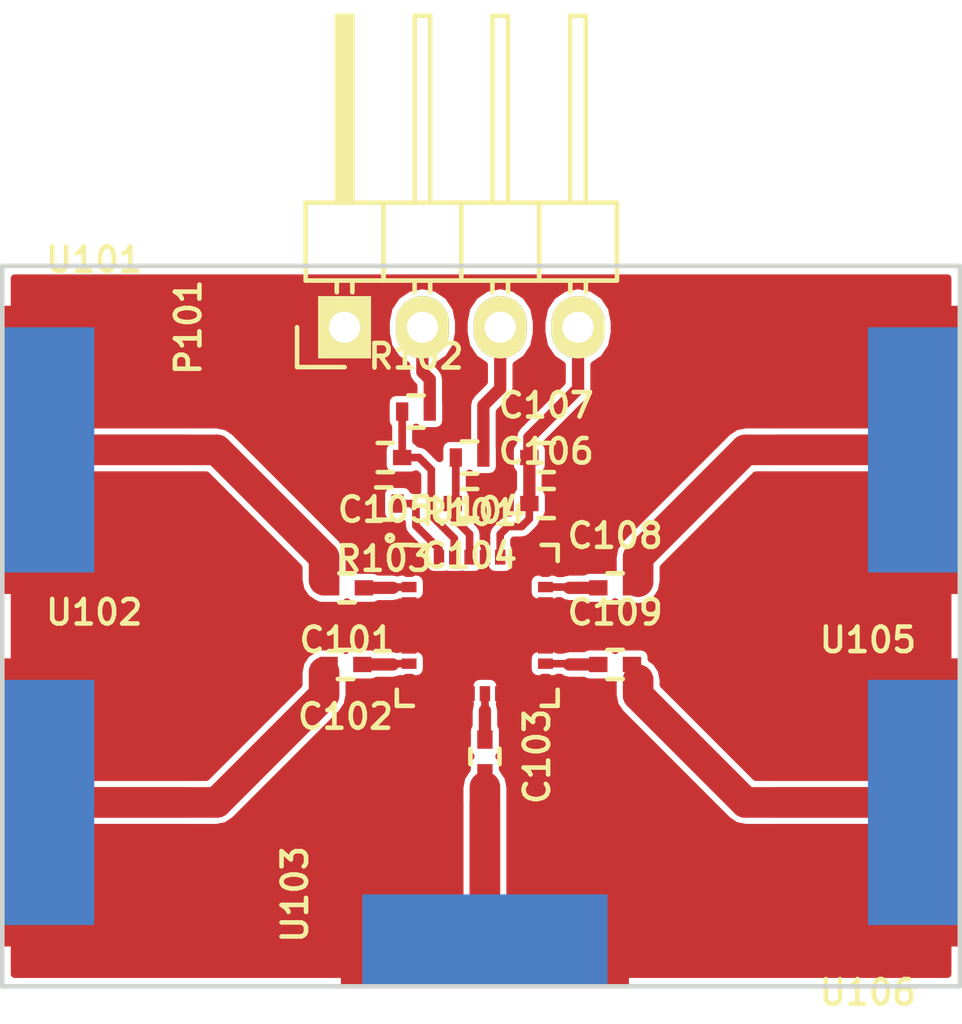
<source format=kicad_pcb>
(kicad_pcb (version 4) (host pcbnew 4.0.4-stable)

  (general
    (links 67)
    (no_connects 14)
    (area 139.924999 74.924999 171.325001 98.575001)
    (thickness 1.6)
    (drawings 5)
    (tracks 69)
    (zones 0)
    (modules 19)
    (nets 18)
  )

  (page A4)
  (layers
    (0 F.Cu signal)
    (1 In1.Cu signal)
    (2 In2.Cu signal)
    (31 B.Cu signal)
    (32 B.Adhes user)
    (33 F.Adhes user)
    (34 B.Paste user)
    (35 F.Paste user)
    (36 B.SilkS user)
    (37 F.SilkS user)
    (38 B.Mask user)
    (39 F.Mask user)
    (40 Dwgs.User user)
    (41 Cmts.User user)
    (42 Eco1.User user)
    (43 Eco2.User user)
    (44 Edge.Cuts user)
    (45 Margin user)
    (46 B.CrtYd user)
    (47 F.CrtYd user)
    (48 B.Fab user)
    (49 F.Fab user)
  )

  (setup
    (last_trace_width 0.25)
    (user_trace_width 0.4)
    (user_trace_width 1)
    (trace_clearance 0.2)
    (zone_clearance 0.2)
    (zone_45_only no)
    (trace_min 0.2)
    (segment_width 0.2)
    (edge_width 0.15)
    (via_size 0.6)
    (via_drill 0.4)
    (via_min_size 0.4)
    (via_min_drill 0.3)
    (uvia_size 0.3)
    (uvia_drill 0.1)
    (uvias_allowed no)
    (uvia_min_size 0.2)
    (uvia_min_drill 0.1)
    (pcb_text_width 0.3)
    (pcb_text_size 1.5 1.5)
    (mod_edge_width 0.15)
    (mod_text_size 0.8 0.8)
    (mod_text_width 0.15)
    (pad_size 3 8)
    (pad_drill 0)
    (pad_to_mask_clearance 0.05)
    (aux_axis_origin 0 0)
    (visible_elements FFFEFF7F)
    (pcbplotparams
      (layerselection 0x00030_80000001)
      (usegerberextensions false)
      (excludeedgelayer true)
      (linewidth 0.100000)
      (plotframeref false)
      (viasonmask false)
      (mode 1)
      (useauxorigin false)
      (hpglpennumber 1)
      (hpglpenspeed 20)
      (hpglpendiameter 15)
      (hpglpenoverlay 2)
      (psnegative false)
      (psa4output false)
      (plotreference true)
      (plotvalue true)
      (plotinvisibletext false)
      (padsonsilk false)
      (subtractmaskfromsilk false)
      (outputformat 1)
      (mirror false)
      (drillshape 1)
      (scaleselection 1)
      (outputdirectory ""))
  )

  (net 0 "")
  (net 1 "Net-(C101-Pad1)")
  (net 2 "Net-(C101-Pad2)")
  (net 3 "Net-(C102-Pad1)")
  (net 4 "Net-(C102-Pad2)")
  (net 5 "Net-(C103-Pad1)")
  (net 6 "Net-(C103-Pad2)")
  (net 7 GND)
  (net 8 /V1)
  (net 9 /V2)
  (net 10 +3V3)
  (net 11 "Net-(C108-Pad1)")
  (net 12 "Net-(C108-Pad2)")
  (net 13 "Net-(C109-Pad1)")
  (net 14 "Net-(C109-Pad2)")
  (net 15 "Net-(P101-Pad2)")
  (net 16 "Net-(P101-Pad3)")
  (net 17 "Net-(R103-Pad1)")

  (net_class Default "This is the default net class."
    (clearance 0.2)
    (trace_width 0.25)
    (via_dia 0.6)
    (via_drill 0.4)
    (uvia_dia 0.3)
    (uvia_drill 0.1)
    (add_net +3V3)
    (add_net /V1)
    (add_net /V2)
    (add_net GND)
    (add_net "Net-(C101-Pad1)")
    (add_net "Net-(C101-Pad2)")
    (add_net "Net-(C102-Pad1)")
    (add_net "Net-(C102-Pad2)")
    (add_net "Net-(C103-Pad1)")
    (add_net "Net-(C103-Pad2)")
    (add_net "Net-(C108-Pad1)")
    (add_net "Net-(C108-Pad2)")
    (add_net "Net-(C109-Pad1)")
    (add_net "Net-(C109-Pad2)")
    (add_net "Net-(P101-Pad2)")
    (add_net "Net-(P101-Pad3)")
    (add_net "Net-(R103-Pad1)")
  )

  (module Capacitors_SMD:C_0402 (layer F.Cu) (tedit 5415D599) (tstamp 5808A5A1)
    (at 151.25 85.5 180)
    (descr "Capacitor SMD 0402, reflow soldering, AVX (see smccp.pdf)")
    (tags "capacitor 0402")
    (path /580872AE)
    (attr smd)
    (fp_text reference C101 (at 0 -1.7 180) (layer F.SilkS)
      (effects (font (size 0.8 0.8) (thickness 0.15)))
    )
    (fp_text value C_Small (at 0 1.7 180) (layer F.Fab)
      (effects (font (size 0.8 0.8) (thickness 0.15)))
    )
    (fp_line (start -1.15 -0.6) (end 1.15 -0.6) (layer F.CrtYd) (width 0.05))
    (fp_line (start -1.15 0.6) (end 1.15 0.6) (layer F.CrtYd) (width 0.05))
    (fp_line (start -1.15 -0.6) (end -1.15 0.6) (layer F.CrtYd) (width 0.05))
    (fp_line (start 1.15 -0.6) (end 1.15 0.6) (layer F.CrtYd) (width 0.05))
    (fp_line (start 0.25 -0.475) (end -0.25 -0.475) (layer F.SilkS) (width 0.15))
    (fp_line (start -0.25 0.475) (end 0.25 0.475) (layer F.SilkS) (width 0.15))
    (pad 1 smd rect (at -0.55 0 180) (size 0.6 0.5) (layers F.Cu F.Paste F.Mask)
      (net 1 "Net-(C101-Pad1)"))
    (pad 2 smd rect (at 0.55 0 180) (size 0.6 0.5) (layers F.Cu F.Paste F.Mask)
      (net 2 "Net-(C101-Pad2)"))
    (model Capacitors_SMD.3dshapes/C_0402.wrl
      (at (xyz 0 0 0))
      (scale (xyz 1 1 1))
      (rotate (xyz 0 0 0))
    )
  )

  (module Capacitors_SMD:C_0402 (layer F.Cu) (tedit 5415D599) (tstamp 5808A5A7)
    (at 151.2 88 180)
    (descr "Capacitor SMD 0402, reflow soldering, AVX (see smccp.pdf)")
    (tags "capacitor 0402")
    (path /580878ED)
    (attr smd)
    (fp_text reference C102 (at 0 -1.7 180) (layer F.SilkS)
      (effects (font (size 0.8 0.8) (thickness 0.15)))
    )
    (fp_text value C_Small (at 0 1.7 180) (layer F.Fab)
      (effects (font (size 0.8 0.8) (thickness 0.15)))
    )
    (fp_line (start -1.15 -0.6) (end 1.15 -0.6) (layer F.CrtYd) (width 0.05))
    (fp_line (start -1.15 0.6) (end 1.15 0.6) (layer F.CrtYd) (width 0.05))
    (fp_line (start -1.15 -0.6) (end -1.15 0.6) (layer F.CrtYd) (width 0.05))
    (fp_line (start 1.15 -0.6) (end 1.15 0.6) (layer F.CrtYd) (width 0.05))
    (fp_line (start 0.25 -0.475) (end -0.25 -0.475) (layer F.SilkS) (width 0.15))
    (fp_line (start -0.25 0.475) (end 0.25 0.475) (layer F.SilkS) (width 0.15))
    (pad 1 smd rect (at -0.55 0 180) (size 0.6 0.5) (layers F.Cu F.Paste F.Mask)
      (net 3 "Net-(C102-Pad1)"))
    (pad 2 smd rect (at 0.55 0 180) (size 0.6 0.5) (layers F.Cu F.Paste F.Mask)
      (net 4 "Net-(C102-Pad2)"))
    (model Capacitors_SMD.3dshapes/C_0402.wrl
      (at (xyz 0 0 0))
      (scale (xyz 1 1 1))
      (rotate (xyz 0 0 0))
    )
  )

  (module Capacitors_SMD:C_0402 (layer F.Cu) (tedit 5415D599) (tstamp 5808A5AD)
    (at 155.75 91 270)
    (descr "Capacitor SMD 0402, reflow soldering, AVX (see smccp.pdf)")
    (tags "capacitor 0402")
    (path /58087A4F)
    (attr smd)
    (fp_text reference C103 (at 0 -1.7 270) (layer F.SilkS)
      (effects (font (size 0.8 0.8) (thickness 0.15)))
    )
    (fp_text value C_Small (at 0 1.7 270) (layer F.Fab)
      (effects (font (size 0.8 0.8) (thickness 0.15)))
    )
    (fp_line (start -1.15 -0.6) (end 1.15 -0.6) (layer F.CrtYd) (width 0.05))
    (fp_line (start -1.15 0.6) (end 1.15 0.6) (layer F.CrtYd) (width 0.05))
    (fp_line (start -1.15 -0.6) (end -1.15 0.6) (layer F.CrtYd) (width 0.05))
    (fp_line (start 1.15 -0.6) (end 1.15 0.6) (layer F.CrtYd) (width 0.05))
    (fp_line (start 0.25 -0.475) (end -0.25 -0.475) (layer F.SilkS) (width 0.15))
    (fp_line (start -0.25 0.475) (end 0.25 0.475) (layer F.SilkS) (width 0.15))
    (pad 1 smd rect (at -0.55 0 270) (size 0.6 0.5) (layers F.Cu F.Paste F.Mask)
      (net 5 "Net-(C103-Pad1)"))
    (pad 2 smd rect (at 0.55 0 270) (size 0.6 0.5) (layers F.Cu F.Paste F.Mask)
      (net 6 "Net-(C103-Pad2)"))
    (model Capacitors_SMD.3dshapes/C_0402.wrl
      (at (xyz 0 0 0))
      (scale (xyz 1 1 1))
      (rotate (xyz 0 0 0))
    )
  )

  (module Capacitors_SMD:C_0402 (layer F.Cu) (tedit 5415D599) (tstamp 5808A5B3)
    (at 155.25 82.75 180)
    (descr "Capacitor SMD 0402, reflow soldering, AVX (see smccp.pdf)")
    (tags "capacitor 0402")
    (path /5808A94E)
    (attr smd)
    (fp_text reference C104 (at 0 -1.7 180) (layer F.SilkS)
      (effects (font (size 0.8 0.8) (thickness 0.15)))
    )
    (fp_text value C_Small (at 0 1.7 180) (layer F.Fab)
      (effects (font (size 0.8 0.8) (thickness 0.15)))
    )
    (fp_line (start -1.15 -0.6) (end 1.15 -0.6) (layer F.CrtYd) (width 0.05))
    (fp_line (start -1.15 0.6) (end 1.15 0.6) (layer F.CrtYd) (width 0.05))
    (fp_line (start -1.15 -0.6) (end -1.15 0.6) (layer F.CrtYd) (width 0.05))
    (fp_line (start 1.15 -0.6) (end 1.15 0.6) (layer F.CrtYd) (width 0.05))
    (fp_line (start 0.25 -0.475) (end -0.25 -0.475) (layer F.SilkS) (width 0.15))
    (fp_line (start -0.25 0.475) (end 0.25 0.475) (layer F.SilkS) (width 0.15))
    (pad 1 smd rect (at -0.55 0 180) (size 0.6 0.5) (layers F.Cu F.Paste F.Mask)
      (net 7 GND))
    (pad 2 smd rect (at 0.55 0 180) (size 0.6 0.5) (layers F.Cu F.Paste F.Mask)
      (net 8 /V1))
    (model Capacitors_SMD.3dshapes/C_0402.wrl
      (at (xyz 0 0 0))
      (scale (xyz 1 1 1))
      (rotate (xyz 0 0 0))
    )
  )

  (module Capacitors_SMD:C_0402 (layer F.Cu) (tedit 5415D599) (tstamp 5808A5B9)
    (at 152.5 81.25 180)
    (descr "Capacitor SMD 0402, reflow soldering, AVX (see smccp.pdf)")
    (tags "capacitor 0402")
    (path /5808A856)
    (attr smd)
    (fp_text reference C105 (at 0 -1.7 180) (layer F.SilkS)
      (effects (font (size 0.8 0.8) (thickness 0.15)))
    )
    (fp_text value C_Small (at 0 1.7 180) (layer F.Fab)
      (effects (font (size 0.8 0.8) (thickness 0.15)))
    )
    (fp_line (start -1.15 -0.6) (end 1.15 -0.6) (layer F.CrtYd) (width 0.05))
    (fp_line (start -1.15 0.6) (end 1.15 0.6) (layer F.CrtYd) (width 0.05))
    (fp_line (start -1.15 -0.6) (end -1.15 0.6) (layer F.CrtYd) (width 0.05))
    (fp_line (start 1.15 -0.6) (end 1.15 0.6) (layer F.CrtYd) (width 0.05))
    (fp_line (start 0.25 -0.475) (end -0.25 -0.475) (layer F.SilkS) (width 0.15))
    (fp_line (start -0.25 0.475) (end 0.25 0.475) (layer F.SilkS) (width 0.15))
    (pad 1 smd rect (at -0.55 0 180) (size 0.6 0.5) (layers F.Cu F.Paste F.Mask)
      (net 9 /V2))
    (pad 2 smd rect (at 0.55 0 180) (size 0.6 0.5) (layers F.Cu F.Paste F.Mask)
      (net 7 GND))
    (model Capacitors_SMD.3dshapes/C_0402.wrl
      (at (xyz 0 0 0))
      (scale (xyz 1 1 1))
      (rotate (xyz 0 0 0))
    )
  )

  (module Capacitors_SMD:C_0402 (layer F.Cu) (tedit 5415D599) (tstamp 5808A5BF)
    (at 157.75 82.75)
    (descr "Capacitor SMD 0402, reflow soldering, AVX (see smccp.pdf)")
    (tags "capacitor 0402")
    (path /58089D89)
    (attr smd)
    (fp_text reference C106 (at 0 -1.7) (layer F.SilkS)
      (effects (font (size 0.8 0.8) (thickness 0.15)))
    )
    (fp_text value C_Small (at 0 1.7) (layer F.Fab)
      (effects (font (size 0.8 0.8) (thickness 0.15)))
    )
    (fp_line (start -1.15 -0.6) (end 1.15 -0.6) (layer F.CrtYd) (width 0.05))
    (fp_line (start -1.15 0.6) (end 1.15 0.6) (layer F.CrtYd) (width 0.05))
    (fp_line (start -1.15 -0.6) (end -1.15 0.6) (layer F.CrtYd) (width 0.05))
    (fp_line (start 1.15 -0.6) (end 1.15 0.6) (layer F.CrtYd) (width 0.05))
    (fp_line (start 0.25 -0.475) (end -0.25 -0.475) (layer F.SilkS) (width 0.15))
    (fp_line (start -0.25 0.475) (end 0.25 0.475) (layer F.SilkS) (width 0.15))
    (pad 1 smd rect (at -0.55 0) (size 0.6 0.5) (layers F.Cu F.Paste F.Mask)
      (net 10 +3V3))
    (pad 2 smd rect (at 0.55 0) (size 0.6 0.5) (layers F.Cu F.Paste F.Mask)
      (net 7 GND))
    (model Capacitors_SMD.3dshapes/C_0402.wrl
      (at (xyz 0 0 0))
      (scale (xyz 1 1 1))
      (rotate (xyz 0 0 0))
    )
  )

  (module Capacitors_SMD:C_0402 (layer F.Cu) (tedit 5415D599) (tstamp 5808A5C5)
    (at 157.75 81.25)
    (descr "Capacitor SMD 0402, reflow soldering, AVX (see smccp.pdf)")
    (tags "capacitor 0402")
    (path /58089E10)
    (attr smd)
    (fp_text reference C107 (at 0 -1.7) (layer F.SilkS)
      (effects (font (size 0.8 0.8) (thickness 0.15)))
    )
    (fp_text value C_Small (at 0 1.7) (layer F.Fab)
      (effects (font (size 0.8 0.8) (thickness 0.15)))
    )
    (fp_line (start -1.15 -0.6) (end 1.15 -0.6) (layer F.CrtYd) (width 0.05))
    (fp_line (start -1.15 0.6) (end 1.15 0.6) (layer F.CrtYd) (width 0.05))
    (fp_line (start -1.15 -0.6) (end -1.15 0.6) (layer F.CrtYd) (width 0.05))
    (fp_line (start 1.15 -0.6) (end 1.15 0.6) (layer F.CrtYd) (width 0.05))
    (fp_line (start 0.25 -0.475) (end -0.25 -0.475) (layer F.SilkS) (width 0.15))
    (fp_line (start -0.25 0.475) (end 0.25 0.475) (layer F.SilkS) (width 0.15))
    (pad 1 smd rect (at -0.55 0) (size 0.6 0.5) (layers F.Cu F.Paste F.Mask)
      (net 10 +3V3))
    (pad 2 smd rect (at 0.55 0) (size 0.6 0.5) (layers F.Cu F.Paste F.Mask)
      (net 7 GND))
    (model Capacitors_SMD.3dshapes/C_0402.wrl
      (at (xyz 0 0 0))
      (scale (xyz 1 1 1))
      (rotate (xyz 0 0 0))
    )
  )

  (module Capacitors_SMD:C_0402 (layer F.Cu) (tedit 5415D599) (tstamp 5808A5CB)
    (at 160 85.5)
    (descr "Capacitor SMD 0402, reflow soldering, AVX (see smccp.pdf)")
    (tags "capacitor 0402")
    (path /580889AC)
    (attr smd)
    (fp_text reference C108 (at 0 -1.7) (layer F.SilkS)
      (effects (font (size 0.8 0.8) (thickness 0.15)))
    )
    (fp_text value C_Small (at 0 1.7) (layer F.Fab)
      (effects (font (size 0.8 0.8) (thickness 0.15)))
    )
    (fp_line (start -1.15 -0.6) (end 1.15 -0.6) (layer F.CrtYd) (width 0.05))
    (fp_line (start -1.15 0.6) (end 1.15 0.6) (layer F.CrtYd) (width 0.05))
    (fp_line (start -1.15 -0.6) (end -1.15 0.6) (layer F.CrtYd) (width 0.05))
    (fp_line (start 1.15 -0.6) (end 1.15 0.6) (layer F.CrtYd) (width 0.05))
    (fp_line (start 0.25 -0.475) (end -0.25 -0.475) (layer F.SilkS) (width 0.15))
    (fp_line (start -0.25 0.475) (end 0.25 0.475) (layer F.SilkS) (width 0.15))
    (pad 1 smd rect (at -0.55 0) (size 0.6 0.5) (layers F.Cu F.Paste F.Mask)
      (net 11 "Net-(C108-Pad1)"))
    (pad 2 smd rect (at 0.55 0) (size 0.6 0.5) (layers F.Cu F.Paste F.Mask)
      (net 12 "Net-(C108-Pad2)"))
    (model Capacitors_SMD.3dshapes/C_0402.wrl
      (at (xyz 0 0 0))
      (scale (xyz 1 1 1))
      (rotate (xyz 0 0 0))
    )
  )

  (module Capacitors_SMD:C_0402 (layer F.Cu) (tedit 5415D599) (tstamp 5808A5D1)
    (at 160 88)
    (descr "Capacitor SMD 0402, reflow soldering, AVX (see smccp.pdf)")
    (tags "capacitor 0402")
    (path /580889C5)
    (attr smd)
    (fp_text reference C109 (at 0 -1.7) (layer F.SilkS)
      (effects (font (size 0.8 0.8) (thickness 0.15)))
    )
    (fp_text value C_Small (at 0 1.7) (layer F.Fab)
      (effects (font (size 0.8 0.8) (thickness 0.15)))
    )
    (fp_line (start -1.15 -0.6) (end 1.15 -0.6) (layer F.CrtYd) (width 0.05))
    (fp_line (start -1.15 0.6) (end 1.15 0.6) (layer F.CrtYd) (width 0.05))
    (fp_line (start -1.15 -0.6) (end -1.15 0.6) (layer F.CrtYd) (width 0.05))
    (fp_line (start 1.15 -0.6) (end 1.15 0.6) (layer F.CrtYd) (width 0.05))
    (fp_line (start 0.25 -0.475) (end -0.25 -0.475) (layer F.SilkS) (width 0.15))
    (fp_line (start -0.25 0.475) (end 0.25 0.475) (layer F.SilkS) (width 0.15))
    (pad 1 smd rect (at -0.55 0) (size 0.6 0.5) (layers F.Cu F.Paste F.Mask)
      (net 13 "Net-(C109-Pad1)"))
    (pad 2 smd rect (at 0.55 0) (size 0.6 0.5) (layers F.Cu F.Paste F.Mask)
      (net 14 "Net-(C109-Pad2)"))
    (model Capacitors_SMD.3dshapes/C_0402.wrl
      (at (xyz 0 0 0))
      (scale (xyz 1 1 1))
      (rotate (xyz 0 0 0))
    )
  )

  (module Pin_Headers:Pin_Header_Angled_1x04 (layer F.Cu) (tedit 0) (tstamp 5808A5D9)
    (at 151.17 77 90)
    (descr "Through hole pin header")
    (tags "pin header")
    (path /5808A2E3)
    (fp_text reference P101 (at 0 -5.1 90) (layer F.SilkS)
      (effects (font (size 0.8 0.8) (thickness 0.15)))
    )
    (fp_text value CONN_01X04 (at 0 -3.1 90) (layer F.Fab)
      (effects (font (size 0.8 0.8) (thickness 0.15)))
    )
    (fp_line (start -1.5 -1.75) (end -1.5 9.4) (layer F.CrtYd) (width 0.05))
    (fp_line (start 10.65 -1.75) (end 10.65 9.4) (layer F.CrtYd) (width 0.05))
    (fp_line (start -1.5 -1.75) (end 10.65 -1.75) (layer F.CrtYd) (width 0.05))
    (fp_line (start -1.5 9.4) (end 10.65 9.4) (layer F.CrtYd) (width 0.05))
    (fp_line (start -1.3 -1.55) (end -1.3 0) (layer F.SilkS) (width 0.15))
    (fp_line (start 0 -1.55) (end -1.3 -1.55) (layer F.SilkS) (width 0.15))
    (fp_line (start 4.191 -0.127) (end 10.033 -0.127) (layer F.SilkS) (width 0.15))
    (fp_line (start 10.033 -0.127) (end 10.033 0.127) (layer F.SilkS) (width 0.15))
    (fp_line (start 10.033 0.127) (end 4.191 0.127) (layer F.SilkS) (width 0.15))
    (fp_line (start 4.191 0.127) (end 4.191 0) (layer F.SilkS) (width 0.15))
    (fp_line (start 4.191 0) (end 10.033 0) (layer F.SilkS) (width 0.15))
    (fp_line (start 1.524 -0.254) (end 1.143 -0.254) (layer F.SilkS) (width 0.15))
    (fp_line (start 1.524 0.254) (end 1.143 0.254) (layer F.SilkS) (width 0.15))
    (fp_line (start 1.524 2.286) (end 1.143 2.286) (layer F.SilkS) (width 0.15))
    (fp_line (start 1.524 2.794) (end 1.143 2.794) (layer F.SilkS) (width 0.15))
    (fp_line (start 1.524 4.826) (end 1.143 4.826) (layer F.SilkS) (width 0.15))
    (fp_line (start 1.524 5.334) (end 1.143 5.334) (layer F.SilkS) (width 0.15))
    (fp_line (start 1.524 7.874) (end 1.143 7.874) (layer F.SilkS) (width 0.15))
    (fp_line (start 1.524 7.366) (end 1.143 7.366) (layer F.SilkS) (width 0.15))
    (fp_line (start 1.524 -1.27) (end 4.064 -1.27) (layer F.SilkS) (width 0.15))
    (fp_line (start 1.524 1.27) (end 4.064 1.27) (layer F.SilkS) (width 0.15))
    (fp_line (start 1.524 1.27) (end 1.524 3.81) (layer F.SilkS) (width 0.15))
    (fp_line (start 1.524 3.81) (end 4.064 3.81) (layer F.SilkS) (width 0.15))
    (fp_line (start 4.064 2.286) (end 10.16 2.286) (layer F.SilkS) (width 0.15))
    (fp_line (start 10.16 2.286) (end 10.16 2.794) (layer F.SilkS) (width 0.15))
    (fp_line (start 10.16 2.794) (end 4.064 2.794) (layer F.SilkS) (width 0.15))
    (fp_line (start 4.064 3.81) (end 4.064 1.27) (layer F.SilkS) (width 0.15))
    (fp_line (start 4.064 1.27) (end 4.064 -1.27) (layer F.SilkS) (width 0.15))
    (fp_line (start 10.16 0.254) (end 4.064 0.254) (layer F.SilkS) (width 0.15))
    (fp_line (start 10.16 -0.254) (end 10.16 0.254) (layer F.SilkS) (width 0.15))
    (fp_line (start 4.064 -0.254) (end 10.16 -0.254) (layer F.SilkS) (width 0.15))
    (fp_line (start 1.524 1.27) (end 4.064 1.27) (layer F.SilkS) (width 0.15))
    (fp_line (start 1.524 -1.27) (end 1.524 1.27) (layer F.SilkS) (width 0.15))
    (fp_line (start 1.524 6.35) (end 4.064 6.35) (layer F.SilkS) (width 0.15))
    (fp_line (start 1.524 6.35) (end 1.524 8.89) (layer F.SilkS) (width 0.15))
    (fp_line (start 1.524 8.89) (end 4.064 8.89) (layer F.SilkS) (width 0.15))
    (fp_line (start 4.064 7.366) (end 10.16 7.366) (layer F.SilkS) (width 0.15))
    (fp_line (start 10.16 7.366) (end 10.16 7.874) (layer F.SilkS) (width 0.15))
    (fp_line (start 10.16 7.874) (end 4.064 7.874) (layer F.SilkS) (width 0.15))
    (fp_line (start 4.064 8.89) (end 4.064 6.35) (layer F.SilkS) (width 0.15))
    (fp_line (start 4.064 6.35) (end 4.064 3.81) (layer F.SilkS) (width 0.15))
    (fp_line (start 10.16 5.334) (end 4.064 5.334) (layer F.SilkS) (width 0.15))
    (fp_line (start 10.16 4.826) (end 10.16 5.334) (layer F.SilkS) (width 0.15))
    (fp_line (start 4.064 4.826) (end 10.16 4.826) (layer F.SilkS) (width 0.15))
    (fp_line (start 1.524 6.35) (end 4.064 6.35) (layer F.SilkS) (width 0.15))
    (fp_line (start 1.524 3.81) (end 1.524 6.35) (layer F.SilkS) (width 0.15))
    (fp_line (start 1.524 3.81) (end 4.064 3.81) (layer F.SilkS) (width 0.15))
    (pad 1 thru_hole rect (at 0 0 90) (size 2.032 1.7272) (drill 1.016) (layers *.Cu *.Mask F.SilkS)
      (net 7 GND))
    (pad 2 thru_hole oval (at 0 2.54 90) (size 2.032 1.7272) (drill 1.016) (layers *.Cu *.Mask F.SilkS)
      (net 15 "Net-(P101-Pad2)"))
    (pad 3 thru_hole oval (at 0 5.08 90) (size 2.032 1.7272) (drill 1.016) (layers *.Cu *.Mask F.SilkS)
      (net 16 "Net-(P101-Pad3)"))
    (pad 4 thru_hole oval (at 0 7.62 90) (size 2.032 1.7272) (drill 1.016) (layers *.Cu *.Mask F.SilkS)
      (net 10 +3V3))
    (model Pin_Headers.3dshapes/Pin_Header_Angled_1x04.wrl
      (at (xyz 0 -0.15 0))
      (scale (xyz 1 1 1))
      (rotate (xyz 0 0 90))
    )
  )

  (module Resistors_SMD:R_0402 (layer F.Cu) (tedit 5415CBB8) (tstamp 5808A5DF)
    (at 155.25 81.25 180)
    (descr "Resistor SMD 0402, reflow soldering, Vishay (see dcrcw.pdf)")
    (tags "resistor 0402")
    (path /580898C9)
    (attr smd)
    (fp_text reference R101 (at 0 -1.8 180) (layer F.SilkS)
      (effects (font (size 0.8 0.8) (thickness 0.15)))
    )
    (fp_text value R_Small (at 0 1.8 180) (layer F.Fab)
      (effects (font (size 0.8 0.8) (thickness 0.15)))
    )
    (fp_line (start -0.95 -0.65) (end 0.95 -0.65) (layer F.CrtYd) (width 0.05))
    (fp_line (start -0.95 0.65) (end 0.95 0.65) (layer F.CrtYd) (width 0.05))
    (fp_line (start -0.95 -0.65) (end -0.95 0.65) (layer F.CrtYd) (width 0.05))
    (fp_line (start 0.95 -0.65) (end 0.95 0.65) (layer F.CrtYd) (width 0.05))
    (fp_line (start 0.25 -0.525) (end -0.25 -0.525) (layer F.SilkS) (width 0.15))
    (fp_line (start -0.25 0.525) (end 0.25 0.525) (layer F.SilkS) (width 0.15))
    (pad 1 smd rect (at -0.45 0 180) (size 0.4 0.6) (layers F.Cu F.Paste F.Mask)
      (net 16 "Net-(P101-Pad3)"))
    (pad 2 smd rect (at 0.45 0 180) (size 0.4 0.6) (layers F.Cu F.Paste F.Mask)
      (net 8 /V1))
    (model Resistors_SMD.3dshapes/R_0402.wrl
      (at (xyz 0 0 0))
      (scale (xyz 1 1 1))
      (rotate (xyz 0 0 0))
    )
  )

  (module Resistors_SMD:R_0402 (layer F.Cu) (tedit 5415CBB8) (tstamp 5808A5E5)
    (at 153.5 79.75)
    (descr "Resistor SMD 0402, reflow soldering, Vishay (see dcrcw.pdf)")
    (tags "resistor 0402")
    (path /58089900)
    (attr smd)
    (fp_text reference R102 (at 0 -1.8) (layer F.SilkS)
      (effects (font (size 0.8 0.8) (thickness 0.15)))
    )
    (fp_text value R_Small (at 0 1.8) (layer F.Fab)
      (effects (font (size 0.8 0.8) (thickness 0.15)))
    )
    (fp_line (start -0.95 -0.65) (end 0.95 -0.65) (layer F.CrtYd) (width 0.05))
    (fp_line (start -0.95 0.65) (end 0.95 0.65) (layer F.CrtYd) (width 0.05))
    (fp_line (start -0.95 -0.65) (end -0.95 0.65) (layer F.CrtYd) (width 0.05))
    (fp_line (start 0.95 -0.65) (end 0.95 0.65) (layer F.CrtYd) (width 0.05))
    (fp_line (start 0.25 -0.525) (end -0.25 -0.525) (layer F.SilkS) (width 0.15))
    (fp_line (start -0.25 0.525) (end 0.25 0.525) (layer F.SilkS) (width 0.15))
    (pad 1 smd rect (at -0.45 0) (size 0.4 0.6) (layers F.Cu F.Paste F.Mask)
      (net 9 /V2))
    (pad 2 smd rect (at 0.45 0) (size 0.4 0.6) (layers F.Cu F.Paste F.Mask)
      (net 15 "Net-(P101-Pad2)"))
    (model Resistors_SMD.3dshapes/R_0402.wrl
      (at (xyz 0 0 0))
      (scale (xyz 1 1 1))
      (rotate (xyz 0 0 0))
    )
  )

  (module Resistors_SMD:R_0402 (layer F.Cu) (tedit 5415CBB8) (tstamp 5808A5EB)
    (at 152.45 82.75 180)
    (descr "Resistor SMD 0402, reflow soldering, Vishay (see dcrcw.pdf)")
    (tags "resistor 0402")
    (path /5808970F)
    (attr smd)
    (fp_text reference R103 (at 0 -1.8 180) (layer F.SilkS)
      (effects (font (size 0.8 0.8) (thickness 0.15)))
    )
    (fp_text value R_Small (at 0 1.8 180) (layer F.Fab)
      (effects (font (size 0.8 0.8) (thickness 0.15)))
    )
    (fp_line (start -0.95 -0.65) (end 0.95 -0.65) (layer F.CrtYd) (width 0.05))
    (fp_line (start -0.95 0.65) (end 0.95 0.65) (layer F.CrtYd) (width 0.05))
    (fp_line (start -0.95 -0.65) (end -0.95 0.65) (layer F.CrtYd) (width 0.05))
    (fp_line (start 0.95 -0.65) (end 0.95 0.65) (layer F.CrtYd) (width 0.05))
    (fp_line (start 0.25 -0.525) (end -0.25 -0.525) (layer F.SilkS) (width 0.15))
    (fp_line (start -0.25 0.525) (end 0.25 0.525) (layer F.SilkS) (width 0.15))
    (pad 1 smd rect (at -0.45 0 180) (size 0.4 0.6) (layers F.Cu F.Paste F.Mask)
      (net 17 "Net-(R103-Pad1)"))
    (pad 2 smd rect (at 0.45 0 180) (size 0.4 0.6) (layers F.Cu F.Paste F.Mask)
      (net 7 GND))
    (model Resistors_SMD.3dshapes/R_0402.wrl
      (at (xyz 0 0 0))
      (scale (xyz 1 1 1))
      (rotate (xyz 0 0 0))
    )
  )

  (module vna_footprints:SMA_CPW_1MM_.2MM (layer F.Cu) (tedit 577AF781) (tstamp 5808A5F3)
    (at 143 81 90)
    (path /580871DF)
    (fp_text reference U101 (at 6.2 0 180) (layer F.SilkS)
      (effects (font (size 0.8 0.8) (thickness 0.15)))
    )
    (fp_text value CONN_SMA_2GND (at -6.5 4.6 180) (layer F.Fab)
      (effects (font (size 0.8 0.8) (thickness 0.15)))
    )
    (pad 1 smd rect (at 0 0 90) (size 1 6) (layers F.Cu F.Paste F.Mask)
      (net 2 "Net-(C101-Pad2)"))
    (pad 2 smd rect (at -2.7 0 90) (size 4 6) (layers F.Cu F.Paste F.Mask)
      (net 7 GND))
    (pad 2 smd rect (at 2.7 0 90) (size 4 6) (layers F.Cu F.Paste F.Mask)
      (net 7 GND))
    (pad 3 smd rect (at 0 -1.5) (size 3 8) (layers B.Cu B.Paste B.Mask)
      (net 7 GND))
  )

  (module vna_footprints:SMA_CPW_1MM_.2MM (layer F.Cu) (tedit 577AF781) (tstamp 5808A5FB)
    (at 143 92.5 90)
    (path /580878E7)
    (fp_text reference U102 (at 6.2 0 180) (layer F.SilkS)
      (effects (font (size 0.8 0.8) (thickness 0.15)))
    )
    (fp_text value CONN_SMA_2GND (at -6.5 4.6 180) (layer F.Fab)
      (effects (font (size 0.8 0.8) (thickness 0.15)))
    )
    (pad 1 smd rect (at 0 0 90) (size 1 6) (layers F.Cu F.Paste F.Mask)
      (net 4 "Net-(C102-Pad2)"))
    (pad 2 smd rect (at -2.7 0 90) (size 4 6) (layers F.Cu F.Paste F.Mask)
      (net 7 GND))
    (pad 2 smd rect (at 2.7 0 90) (size 4 6) (layers F.Cu F.Paste F.Mask)
      (net 7 GND))
    (pad 3 smd rect (at 0 -1.5) (size 3 8) (layers B.Cu B.Paste B.Mask)
      (net 7 GND))
  )

  (module vna_footprints:SMA_CPW_1MM_.2MM (layer F.Cu) (tedit 577AF781) (tstamp 5808A603)
    (at 155.75 95.5 180)
    (path /58087A49)
    (fp_text reference U103 (at 6.2 0 270) (layer F.SilkS)
      (effects (font (size 0.8 0.8) (thickness 0.15)))
    )
    (fp_text value CONN_SMA_2GND (at -6.5 4.6 270) (layer F.Fab)
      (effects (font (size 0.8 0.8) (thickness 0.15)))
    )
    (pad 1 smd rect (at 0 0 180) (size 1 6) (layers F.Cu F.Paste F.Mask)
      (net 6 "Net-(C103-Pad2)"))
    (pad 2 smd rect (at -2.7 0 180) (size 4 6) (layers F.Cu F.Paste F.Mask)
      (net 7 GND))
    (pad 2 smd rect (at 2.7 0 180) (size 4 6) (layers F.Cu F.Paste F.Mask)
      (net 7 GND))
    (pad 3 smd rect (at 0 -1.5 90) (size 3 8) (layers B.Cu B.Paste B.Mask)
      (net 7 GND))
  )

  (module vna_footprints:LGA_32 (layer F.Cu) (tedit 58086296) (tstamp 5808A62B)
    (at 155.5 86.725)
    (descr "UH Package; 32-Lead Plastic QFN (5mm x 5mm); (see Linear Technology QFN_32_05-08-1693.pdf)")
    (tags "QFN 0.5")
    (path /580870BD)
    (attr smd)
    (fp_text reference U104 (at 0 -3.75) (layer F.SilkS)
      (effects (font (size 0.8 0.8) (thickness 0.15)))
    )
    (fp_text value PE42540 (at 0.05 6.175) (layer F.Fab)
      (effects (font (size 0.8 0.8) (thickness 0.15)))
    )
    (fp_circle (center -2.85 -2.85) (end -2.95 -2.85) (layer F.SilkS) (width 0.15))
    (fp_line (start -3 -3) (end -3 3) (layer F.CrtYd) (width 0.05))
    (fp_line (start 3 -3) (end 3 3) (layer F.CrtYd) (width 0.05))
    (fp_line (start -3 -3) (end 3 -3) (layer F.CrtYd) (width 0.05))
    (fp_line (start -3 3) (end 3 3) (layer F.CrtYd) (width 0.05))
    (fp_line (start 2.625 -2.625) (end 2.625 -2.1) (layer F.SilkS) (width 0.15))
    (fp_line (start -2.625 2.625) (end -2.625 2.1) (layer F.SilkS) (width 0.15))
    (fp_line (start 2.625 2.625) (end 2.625 2.1) (layer F.SilkS) (width 0.15))
    (fp_line (start -2.625 -2.625) (end -2.1 -2.625) (layer F.SilkS) (width 0.15))
    (fp_line (start -2.625 2.625) (end -2.1 2.625) (layer F.SilkS) (width 0.15))
    (fp_line (start 2.625 2.625) (end 2.1 2.625) (layer F.SilkS) (width 0.15))
    (fp_line (start 2.625 -2.625) (end 2.1 -2.625) (layer F.SilkS) (width 0.15))
    (pad 1 smd oval (at -2.225 -1.75) (size 0.485 0.34) (layers F.Cu F.Paste F.Mask)
      (net 7 GND))
    (pad 2 smd rect (at -2.225 -1.25) (size 0.485 0.34) (layers F.Cu F.Paste F.Mask)
      (net 1 "Net-(C101-Pad1)"))
    (pad 3 smd rect (at -2.225 -0.75) (size 0.485 0.34) (layers F.Cu F.Paste F.Mask)
      (net 7 GND))
    (pad 4 smd rect (at -2.225 -0.25) (size 0.485 0.34) (layers F.Cu F.Paste F.Mask)
      (net 7 GND))
    (pad 5 smd rect (at -2.225 0.25) (size 0.485 0.34) (layers F.Cu F.Paste F.Mask)
      (net 7 GND))
    (pad 6 smd rect (at -2.225 0.75) (size 0.485 0.34) (layers F.Cu F.Paste F.Mask)
      (net 7 GND))
    (pad 7 smd rect (at -2.225 1.25) (size 0.485 0.34) (layers F.Cu F.Paste F.Mask)
      (net 3 "Net-(C102-Pad1)"))
    (pad 8 smd oval (at -2.225 1.75) (size 0.485 0.34) (layers F.Cu F.Paste F.Mask)
      (net 7 GND))
    (pad 9 smd oval (at -1.75 2.225 90) (size 0.485 0.34) (layers F.Cu F.Paste F.Mask)
      (net 7 GND))
    (pad 10 smd rect (at -1.25 2.225 90) (size 0.485 0.34) (layers F.Cu F.Paste F.Mask)
      (net 7 GND))
    (pad 11 smd rect (at -0.75 2.225 90) (size 0.485 0.34) (layers F.Cu F.Paste F.Mask)
      (net 7 GND))
    (pad 12 smd rect (at -0.25 2.225 90) (size 0.485 0.34) (layers F.Cu F.Paste F.Mask)
      (net 7 GND))
    (pad 13 smd rect (at 0.25 2.225 90) (size 0.485 0.34) (layers F.Cu F.Paste F.Mask)
      (net 5 "Net-(C103-Pad1)"))
    (pad 14 smd rect (at 0.75 2.225 90) (size 0.485 0.34) (layers F.Cu F.Paste F.Mask)
      (net 7 GND))
    (pad 15 smd rect (at 1.25 2.225 90) (size 0.485 0.34) (layers F.Cu F.Paste F.Mask)
      (net 7 GND))
    (pad 16 smd oval (at 1.75 2.225 90) (size 0.485 0.34) (layers F.Cu F.Paste F.Mask)
      (net 7 GND))
    (pad 17 smd oval (at 2.225 1.75) (size 0.485 0.34) (layers F.Cu F.Paste F.Mask)
      (net 7 GND))
    (pad 18 smd rect (at 2.225 1.25) (size 0.485 0.34) (layers F.Cu F.Paste F.Mask)
      (net 13 "Net-(C109-Pad1)"))
    (pad 19 smd rect (at 2.225 0.75) (size 0.485 0.34) (layers F.Cu F.Paste F.Mask)
      (net 7 GND))
    (pad 20 smd rect (at 2.225 0.25) (size 0.485 0.34) (layers F.Cu F.Paste F.Mask)
      (net 7 GND))
    (pad 21 smd rect (at 2.225 -0.25) (size 0.485 0.34) (layers F.Cu F.Paste F.Mask)
      (net 7 GND))
    (pad 22 smd rect (at 2.225 -0.75) (size 0.485 0.34) (layers F.Cu F.Paste F.Mask)
      (net 7 GND))
    (pad 23 smd rect (at 2.225 -1.25) (size 0.485 0.34) (layers F.Cu F.Paste F.Mask)
      (net 11 "Net-(C108-Pad1)"))
    (pad 24 smd oval (at 2.225 -1.75) (size 0.485 0.34) (layers F.Cu F.Paste F.Mask)
      (net 7 GND))
    (pad 25 smd oval (at 1.75 -2.225 90) (size 0.485 0.34) (layers F.Cu F.Paste F.Mask)
      (net 7 GND))
    (pad 26 smd rect (at 1.25 -2.225 90) (size 0.485 0.34) (layers F.Cu F.Paste F.Mask)
      (net 7 GND))
    (pad 27 smd rect (at 0.75 -2.225 90) (size 0.485 0.34) (layers F.Cu F.Paste F.Mask)
      (net 10 +3V3))
    (pad 28 smd rect (at 0.25 -2.225 90) (size 0.485 0.34) (layers F.Cu F.Paste F.Mask)
      (net 7 GND))
    (pad 29 smd rect (at -0.25 -2.225 90) (size 0.485 0.34) (layers F.Cu F.Paste F.Mask)
      (net 8 /V1))
    (pad 30 smd rect (at -0.75 -2.225 90) (size 0.485 0.34) (layers F.Cu F.Paste F.Mask)
      (net 9 /V2))
    (pad 31 smd rect (at -1.25 -2.225 90) (size 0.485 0.34) (layers F.Cu F.Paste F.Mask)
      (net 17 "Net-(R103-Pad1)"))
    (pad 32 smd oval (at -1.75 -2.225 90) (size 0.485 0.34) (layers F.Cu F.Paste F.Mask)
      (net 7 GND))
    (pad 33 smd rect (at 0.75 0.75) (size 1.54 1.54) (layers F.Cu F.Paste F.Mask)
      (net 7 GND) (solder_paste_margin_ratio -0.2))
    (pad 33 smd rect (at 0.75 -0.75) (size 1.54 1.54) (layers F.Cu F.Paste F.Mask)
      (net 7 GND) (solder_paste_margin_ratio -0.2))
    (pad 33 smd rect (at -0.75 0.75) (size 1.54 1.54) (layers F.Cu F.Paste F.Mask)
      (net 7 GND) (solder_paste_margin_ratio -0.2))
    (pad 33 smd rect (at -0.75 -0.75) (size 1.54 1.54) (layers F.Cu F.Paste F.Mask)
      (net 7 GND) (solder_paste_margin_ratio -0.2))
    (model Housings_DFN_QFN.3dshapes/QFN-32-1EP_5x5mm_Pitch0.5mm.wrl
      (at (xyz 0 0 0))
      (scale (xyz 1 1 1))
      (rotate (xyz 0 0 0))
    )
  )

  (module vna_footprints:SMA_CPW_1MM_.2MM (layer F.Cu) (tedit 577AF781) (tstamp 5808A633)
    (at 168.25 81 270)
    (path /580889A6)
    (fp_text reference U105 (at 6.2 0 360) (layer F.SilkS)
      (effects (font (size 0.8 0.8) (thickness 0.15)))
    )
    (fp_text value CONN_SMA_2GND (at -6.5 4.6 360) (layer F.Fab)
      (effects (font (size 0.8 0.8) (thickness 0.15)))
    )
    (pad 1 smd rect (at 0 0 270) (size 1 6) (layers F.Cu F.Paste F.Mask)
      (net 12 "Net-(C108-Pad2)"))
    (pad 2 smd rect (at -2.7 0 270) (size 4 6) (layers F.Cu F.Paste F.Mask)
      (net 7 GND))
    (pad 2 smd rect (at 2.7 0 270) (size 4 6) (layers F.Cu F.Paste F.Mask)
      (net 7 GND))
    (pad 3 smd rect (at 0 -1.5 180) (size 3 8) (layers B.Cu B.Paste B.Mask)
      (net 7 GND))
  )

  (module vna_footprints:SMA_CPW_1MM_.2MM (layer F.Cu) (tedit 577AF781) (tstamp 5808A63B)
    (at 168.25 92.5 270)
    (path /580889BF)
    (fp_text reference U106 (at 6.2 0 360) (layer F.SilkS)
      (effects (font (size 0.8 0.8) (thickness 0.15)))
    )
    (fp_text value CONN_SMA_2GND (at -6.5 4.6 360) (layer F.Fab)
      (effects (font (size 0.8 0.8) (thickness 0.15)))
    )
    (pad 1 smd rect (at 0 0 270) (size 1 6) (layers F.Cu F.Paste F.Mask)
      (net 14 "Net-(C109-Pad2)"))
    (pad 2 smd rect (at -2.7 0 270) (size 4 6) (layers F.Cu F.Paste F.Mask)
      (net 7 GND))
    (pad 2 smd rect (at 2.7 0 270) (size 4 6) (layers F.Cu F.Paste F.Mask)
      (net 7 GND))
    (pad 3 smd rect (at 0 -1.5 180) (size 3 8) (layers B.Cu B.Paste B.Mask)
      (net 7 GND))
  )

  (gr_line (start 140 98.5) (end 155.75 98.5) (layer Edge.Cuts) (width 0.15))
  (gr_line (start 140 75) (end 140 98.5) (layer Edge.Cuts) (width 0.15))
  (gr_line (start 171.25 75) (end 140 75) (layer Edge.Cuts) (width 0.15))
  (gr_line (start 171.25 98.5) (end 171.25 75) (layer Edge.Cuts) (width 0.15))
  (gr_line (start 155.75 98.5) (end 171.25 98.5) (layer Edge.Cuts) (width 0.15))

  (segment (start 153.275 85.475) (end 152.775 85.475) (width 0.25) (layer F.Cu) (net 1))
  (segment (start 152.775 85.475) (end 152.75 85.5) (width 0.25) (layer F.Cu) (net 1))
  (segment (start 151.8 85.5) (end 152.75 85.5) (width 0.4) (layer F.Cu) (net 1))
  (segment (start 150.5 84.5) (end 150.5 85.25) (width 1) (layer F.Cu) (net 2))
  (segment (start 143 81) (end 147 81) (width 1) (layer F.Cu) (net 2))
  (segment (start 147 81) (end 150.5 84.5) (width 1) (layer F.Cu) (net 2))
  (segment (start 153.275 87.975) (end 152.775 87.975) (width 0.25) (layer F.Cu) (net 3))
  (segment (start 152.775 87.975) (end 152.75 88) (width 0.25) (layer F.Cu) (net 3))
  (segment (start 151.75 88) (end 152.75 88) (width 0.4) (layer F.Cu) (net 3))
  (segment (start 150.65 88) (end 150.65 88.1) (width 0.4) (layer F.Cu) (net 4))
  (segment (start 150.65 88.1) (end 150.5 88.25) (width 0.4) (layer F.Cu) (net 4))
  (segment (start 150.5 89) (end 150.5 88.25) (width 1) (layer F.Cu) (net 4))
  (segment (start 143 92.5) (end 147 92.5) (width 1) (layer F.Cu) (net 4))
  (segment (start 147 92.5) (end 150.5 89) (width 1) (layer F.Cu) (net 4))
  (segment (start 155.75 88.95) (end 155.75 89.5) (width 0.25) (layer F.Cu) (net 5))
  (segment (start 155.75 90.45) (end 155.75 89.5) (width 0.4) (layer F.Cu) (net 5))
  (segment (start 155.75 92) (end 155.75 91.55) (width 0.4) (layer F.Cu) (net 6))
  (segment (start 155.75 95.5) (end 155.75 92) (width 1) (layer F.Cu) (net 6))
  (segment (start 157.25 84.5) (end 157.725 84.975) (width 0.25) (layer F.Cu) (net 7))
  (segment (start 153.275 84.975) (end 153.75 84.5) (width 0.25) (layer F.Cu) (net 7))
  (segment (start 153.275 88.475) (end 153.75 88.95) (width 0.25) (layer F.Cu) (net 7))
  (segment (start 157.725 88.475) (end 157.25 88.95) (width 0.25) (layer F.Cu) (net 7))
  (segment (start 154.8 81.25) (end 154.8 82.65) (width 0.25) (layer F.Cu) (net 8))
  (segment (start 154.8 82.65) (end 154.7 82.75) (width 0.25) (layer F.Cu) (net 8))
  (segment (start 154.7 82.75) (end 154.7 83.2) (width 0.25) (layer F.Cu) (net 8))
  (segment (start 154.7 83.2) (end 155.25 83.75) (width 0.25) (layer F.Cu) (net 8))
  (segment (start 155.25 83.75) (end 155.25 84.5) (width 0.25) (layer F.Cu) (net 8))
  (segment (start 154.75 84.5) (end 154.75 83.88641) (width 0.25) (layer F.Cu) (net 9))
  (segment (start 154.75 83.88641) (end 154 83.13641) (width 0.25) (layer F.Cu) (net 9))
  (segment (start 154 83.13641) (end 154 81.65) (width 0.25) (layer F.Cu) (net 9))
  (segment (start 154 81.65) (end 153.6 81.25) (width 0.25) (layer F.Cu) (net 9))
  (segment (start 153.6 81.25) (end 153.05 81.25) (width 0.25) (layer F.Cu) (net 9))
  (segment (start 153.05 79.75) (end 153.05 81.25) (width 0.25) (layer F.Cu) (net 9))
  (segment (start 157.2 81.25) (end 157.2 80.6) (width 0.4) (layer F.Cu) (net 10))
  (segment (start 157.2 80.6) (end 158.79 79.01) (width 0.4) (layer F.Cu) (net 10))
  (segment (start 158.79 79.01) (end 158.79 77) (width 0.4) (layer F.Cu) (net 10))
  (segment (start 157.2 82.75) (end 157.2 81.25) (width 0.4) (layer F.Cu) (net 10))
  (segment (start 156.5 83.5) (end 156.25 83.75) (width 0.25) (layer F.Cu) (net 10))
  (segment (start 156.25 83.75) (end 156.25 84.5) (width 0.25) (layer F.Cu) (net 10))
  (segment (start 156.95 83.5) (end 156.5 83.5) (width 0.25) (layer F.Cu) (net 10))
  (segment (start 157.2 82.75) (end 157.2 83.25) (width 0.25) (layer F.Cu) (net 10))
  (segment (start 157.2 83.25) (end 156.95 83.5) (width 0.25) (layer F.Cu) (net 10))
  (segment (start 157.725 85.475) (end 158.725 85.475) (width 0.25) (layer F.Cu) (net 11))
  (segment (start 158.725 85.475) (end 158.75 85.5) (width 0.25) (layer F.Cu) (net 11))
  (segment (start 158.75 85.5) (end 158.5 85.5) (width 0.4) (layer F.Cu) (net 11))
  (segment (start 159.45 85.5) (end 158.75 85.5) (width 0.4) (layer F.Cu) (net 11))
  (segment (start 160.55 85.5) (end 160.75 85.3) (width 0.4) (layer F.Cu) (net 12))
  (segment (start 168.25 81) (end 164.25 81) (width 1) (layer F.Cu) (net 12))
  (segment (start 164.25 81) (end 160.75 84.5) (width 1) (layer F.Cu) (net 12))
  (segment (start 160.75 84.5) (end 160.75 85.3) (width 1) (layer F.Cu) (net 12))
  (segment (start 157.725 87.975) (end 158.475 87.975) (width 0.25) (layer F.Cu) (net 13))
  (segment (start 158.475 87.975) (end 158.5 88) (width 0.25) (layer F.Cu) (net 13))
  (segment (start 159.45 88) (end 158.5 88) (width 0.4) (layer F.Cu) (net 13))
  (segment (start 160.55 88) (end 160.55 88.3) (width 0.4) (layer F.Cu) (net 14))
  (segment (start 160.55 88.3) (end 160.75 88.5) (width 0.4) (layer F.Cu) (net 14))
  (segment (start 160.75 89) (end 160.75 88.5) (width 1) (layer F.Cu) (net 14))
  (segment (start 168.25 92.5) (end 164.25 92.5) (width 1) (layer F.Cu) (net 14))
  (segment (start 164.25 92.5) (end 160.75 89) (width 1) (layer F.Cu) (net 14))
  (segment (start 153.95 78.7) (end 153.71 78.46) (width 0.4) (layer F.Cu) (net 15))
  (segment (start 153.71 78.46) (end 153.71 77) (width 0.4) (layer F.Cu) (net 15))
  (segment (start 153.95 79.75) (end 153.95 78.7) (width 0.4) (layer F.Cu) (net 15))
  (segment (start 155.7 79.55) (end 156.25 79) (width 0.4) (layer F.Cu) (net 16))
  (segment (start 156.25 79) (end 156.25 77) (width 0.4) (layer F.Cu) (net 16))
  (segment (start 155.7 81.25) (end 155.7 79.55) (width 0.4) (layer F.Cu) (net 16))
  (segment (start 154.25 84.5) (end 154.25 84.227451) (width 0.25) (layer F.Cu) (net 17))
  (segment (start 154.25 84.227451) (end 153.5 83.477451) (width 0.25) (layer F.Cu) (net 17))
  (segment (start 153.5 83.477451) (end 153.5 82.9) (width 0.25) (layer F.Cu) (net 17))
  (segment (start 153.5 82.9) (end 153.35 82.75) (width 0.25) (layer F.Cu) (net 17))
  (segment (start 153.35 82.75) (end 152.9 82.75) (width 0.25) (layer F.Cu) (net 17))

  (zone (net 7) (net_name GND) (layer F.Cu) (tstamp 0) (hatch edge 0.508)
    (connect_pads yes (clearance 0.2))
    (min_thickness 0.254)
    (fill yes (arc_segments 16) (thermal_gap 0.508) (thermal_bridge_width 0.508))
    (polygon
      (pts
        (xy 140 75) (xy 140 98.5) (xy 171.25 98.5) (xy 171.25 75)
      )
    )
    (filled_polygon
      (pts
        (xy 170.848 80.166594) (xy 165.25 80.166594) (xy 165.215954 80.173) (xy 164.25 80.173) (xy 163.976741 80.227355)
        (xy 163.933521 80.235952) (xy 163.665222 80.415223) (xy 160.165224 83.915222) (xy 160.165223 83.915223) (xy 159.985952 84.183521)
        (xy 159.923 84.5) (xy 159.923 84.972438) (xy 159.879714 84.942862) (xy 159.75 84.916594) (xy 159.15 84.916594)
        (xy 159.028821 84.939395) (xy 158.976598 84.973) (xy 158.5 84.973) (xy 158.298326 85.013115) (xy 158.283532 85.023)
        (xy 158.134005 85.023) (xy 158.097214 84.997862) (xy 157.9675 84.971594) (xy 157.4825 84.971594) (xy 157.361321 84.994395)
        (xy 157.250026 85.066012) (xy 157.175362 85.175286) (xy 157.149094 85.305) (xy 157.149094 85.645) (xy 157.171895 85.766179)
        (xy 157.243512 85.877474) (xy 157.352786 85.952138) (xy 157.4825 85.978406) (xy 157.9675 85.978406) (xy 158.088679 85.955605)
        (xy 158.133132 85.927) (xy 158.208702 85.927) (xy 158.298326 85.986885) (xy 158.5 86.027) (xy 158.976178 86.027)
        (xy 159.020286 86.057138) (xy 159.15 86.083406) (xy 159.75 86.083406) (xy 159.871179 86.060605) (xy 159.982474 85.988988)
        (xy 159.99933 85.964319) (xy 160.011012 85.982474) (xy 160.120286 86.057138) (xy 160.25 86.083406) (xy 160.53084 86.083406)
        (xy 160.75 86.127) (xy 161.066479 86.064048) (xy 161.334777 85.884777) (xy 161.514048 85.616479) (xy 161.577 85.3)
        (xy 161.577 84.842554) (xy 164.592555 81.827) (xy 165.218367 81.827) (xy 165.25 81.833406) (xy 170.848 81.833406)
        (xy 170.848 91.666594) (xy 165.25 91.666594) (xy 165.215954 91.673) (xy 164.592555 91.673) (xy 161.577 88.657446)
        (xy 161.577 88.5) (xy 161.514048 88.183521) (xy 161.334777 87.915223) (xy 161.183406 87.81408) (xy 161.183406 87.75)
        (xy 161.160605 87.628821) (xy 161.088988 87.517526) (xy 160.979714 87.442862) (xy 160.85 87.416594) (xy 160.25 87.416594)
        (xy 160.128821 87.439395) (xy 160.017526 87.511012) (xy 160.00067 87.535681) (xy 159.988988 87.517526) (xy 159.879714 87.442862)
        (xy 159.75 87.416594) (xy 159.15 87.416594) (xy 159.028821 87.439395) (xy 158.976598 87.473) (xy 158.5 87.473)
        (xy 158.298326 87.513115) (xy 158.283532 87.523) (xy 158.134005 87.523) (xy 158.097214 87.497862) (xy 157.9675 87.471594)
        (xy 157.4825 87.471594) (xy 157.361321 87.494395) (xy 157.250026 87.566012) (xy 157.175362 87.675286) (xy 157.149094 87.805)
        (xy 157.149094 88.145) (xy 157.171895 88.266179) (xy 157.243512 88.377474) (xy 157.352786 88.452138) (xy 157.4825 88.478406)
        (xy 157.9675 88.478406) (xy 158.088679 88.455605) (xy 158.133132 88.427) (xy 158.208702 88.427) (xy 158.298326 88.486885)
        (xy 158.5 88.527) (xy 158.976178 88.527) (xy 159.020286 88.557138) (xy 159.15 88.583406) (xy 159.75 88.583406)
        (xy 159.871179 88.560605) (xy 159.923 88.527259) (xy 159.923 89) (xy 159.985952 89.316479) (xy 160.165223 89.584777)
        (xy 163.665222 93.084777) (xy 163.886267 93.232474) (xy 163.933521 93.264048) (xy 164.25 93.327) (xy 165.218367 93.327)
        (xy 165.25 93.333406) (xy 170.848 93.333406) (xy 170.848 98.098) (xy 156.583406 98.098) (xy 156.583406 92.5)
        (xy 156.577 92.465954) (xy 156.577 92) (xy 156.514048 91.683521) (xy 156.334777 91.415223) (xy 156.333406 91.414307)
        (xy 156.333406 91.25) (xy 156.310605 91.128821) (xy 156.238988 91.017526) (xy 156.214319 91.00067) (xy 156.232474 90.988988)
        (xy 156.307138 90.879714) (xy 156.333406 90.75) (xy 156.333406 90.15) (xy 156.310605 90.028821) (xy 156.277 89.976598)
        (xy 156.277 89.5) (xy 156.236885 89.298326) (xy 156.233117 89.292687) (xy 156.253406 89.1925) (xy 156.253406 88.7075)
        (xy 156.230605 88.586321) (xy 156.158988 88.475026) (xy 156.049714 88.400362) (xy 155.92 88.374094) (xy 155.58 88.374094)
        (xy 155.458821 88.396895) (xy 155.347526 88.468512) (xy 155.272862 88.577786) (xy 155.246594 88.7075) (xy 155.246594 89.1925)
        (xy 155.265761 89.294366) (xy 155.263115 89.298326) (xy 155.223 89.5) (xy 155.223 89.976178) (xy 155.192862 90.020286)
        (xy 155.166594 90.15) (xy 155.166594 90.75) (xy 155.189395 90.871179) (xy 155.261012 90.982474) (xy 155.285681 90.99933)
        (xy 155.267526 91.011012) (xy 155.192862 91.120286) (xy 155.166594 91.25) (xy 155.166594 91.414307) (xy 155.165223 91.415223)
        (xy 154.985952 91.683521) (xy 154.923 92) (xy 154.923 92.468367) (xy 154.916594 92.5) (xy 154.916594 98.098)
        (xy 140.402 98.098) (xy 140.402 93.333406) (xy 146 93.333406) (xy 146.034046 93.327) (xy 147 93.327)
        (xy 147.316479 93.264048) (xy 147.584777 93.084777) (xy 151.084777 89.584778) (xy 151.264048 89.316479) (xy 151.301667 89.127355)
        (xy 151.327 89) (xy 151.327 88.558498) (xy 151.45 88.583406) (xy 152.05 88.583406) (xy 152.171179 88.560605)
        (xy 152.223402 88.527) (xy 152.75 88.527) (xy 152.951674 88.486885) (xy 152.980211 88.467817) (xy 153.0325 88.478406)
        (xy 153.5175 88.478406) (xy 153.638679 88.455605) (xy 153.749974 88.383988) (xy 153.824638 88.274714) (xy 153.850906 88.145)
        (xy 153.850906 87.805) (xy 153.828105 87.683821) (xy 153.756488 87.572526) (xy 153.647214 87.497862) (xy 153.5175 87.471594)
        (xy 153.0325 87.471594) (xy 152.911321 87.494395) (xy 152.898627 87.502563) (xy 152.75 87.473) (xy 152.223822 87.473)
        (xy 152.179714 87.442862) (xy 152.05 87.416594) (xy 151.45 87.416594) (xy 151.328821 87.439395) (xy 151.217526 87.511012)
        (xy 151.20067 87.535681) (xy 151.188988 87.517526) (xy 151.079714 87.442862) (xy 150.95 87.416594) (xy 150.35 87.416594)
        (xy 150.228821 87.439395) (xy 150.117526 87.511012) (xy 150.093592 87.546041) (xy 149.915223 87.665223) (xy 149.735952 87.933521)
        (xy 149.673 88.25) (xy 149.673 88.657445) (xy 146.657446 91.673) (xy 146.031633 91.673) (xy 146 91.666594)
        (xy 140.402 91.666594) (xy 140.402 81.833406) (xy 146 81.833406) (xy 146.034046 81.827) (xy 146.657446 81.827)
        (xy 149.673 84.842555) (xy 149.673 85.25) (xy 149.735952 85.566479) (xy 149.915223 85.834777) (xy 150.183521 86.014048)
        (xy 150.216955 86.020699) (xy 150.270286 86.057138) (xy 150.4 86.083406) (xy 151 86.083406) (xy 151.121179 86.060605)
        (xy 151.232474 85.988988) (xy 151.24933 85.964319) (xy 151.261012 85.982474) (xy 151.370286 86.057138) (xy 151.5 86.083406)
        (xy 152.1 86.083406) (xy 152.221179 86.060605) (xy 152.273402 86.027) (xy 152.75 86.027) (xy 152.951674 85.986885)
        (xy 152.980211 85.967817) (xy 153.0325 85.978406) (xy 153.5175 85.978406) (xy 153.638679 85.955605) (xy 153.749974 85.883988)
        (xy 153.824638 85.774714) (xy 153.850906 85.645) (xy 153.850906 85.305) (xy 153.828105 85.183821) (xy 153.756488 85.072526)
        (xy 153.647214 84.997862) (xy 153.5175 84.971594) (xy 153.0325 84.971594) (xy 152.911321 84.994395) (xy 152.898627 85.002563)
        (xy 152.75 84.973) (xy 152.273822 84.973) (xy 152.229714 84.942862) (xy 152.1 84.916594) (xy 151.5 84.916594)
        (xy 151.378821 84.939395) (xy 151.327 84.972741) (xy 151.327 84.5) (xy 151.264048 84.183521) (xy 151.226807 84.127786)
        (xy 151.084777 83.915222) (xy 149.619555 82.45) (xy 152.366594 82.45) (xy 152.366594 83.05) (xy 152.389395 83.171179)
        (xy 152.461012 83.282474) (xy 152.570286 83.357138) (xy 152.7 83.383406) (xy 153.048 83.383406) (xy 153.048 83.477451)
        (xy 153.082406 83.650424) (xy 153.180388 83.797063) (xy 153.746594 84.363269) (xy 153.746594 84.7425) (xy 153.769395 84.863679)
        (xy 153.841012 84.974974) (xy 153.950286 85.049638) (xy 154.08 85.075906) (xy 154.42 85.075906) (xy 154.502938 85.0603)
        (xy 154.58 85.075906) (xy 154.92 85.075906) (xy 155.002938 85.0603) (xy 155.08 85.075906) (xy 155.42 85.075906)
        (xy 155.541179 85.053105) (xy 155.652474 84.981488) (xy 155.727138 84.872214) (xy 155.749875 84.759937) (xy 155.769395 84.863679)
        (xy 155.841012 84.974974) (xy 155.950286 85.049638) (xy 156.08 85.075906) (xy 156.42 85.075906) (xy 156.541179 85.053105)
        (xy 156.652474 84.981488) (xy 156.727138 84.872214) (xy 156.753406 84.7425) (xy 156.753406 84.2575) (xy 156.730605 84.136321)
        (xy 156.702 84.091868) (xy 156.702 83.952) (xy 156.95 83.952) (xy 157.122973 83.917594) (xy 157.269612 83.819612)
        (xy 157.519612 83.569613) (xy 157.617594 83.422973) (xy 157.627539 83.372973) (xy 157.6427 83.296757) (xy 157.732474 83.238988)
        (xy 157.807138 83.129714) (xy 157.833406 83) (xy 157.833406 82.5) (xy 157.810605 82.378821) (xy 157.738988 82.267526)
        (xy 157.727 82.259335) (xy 157.727 81.74251) (xy 157.732474 81.738988) (xy 157.807138 81.629714) (xy 157.833406 81.5)
        (xy 157.833406 81) (xy 157.810605 80.878821) (xy 157.75417 80.79112) (xy 159.162646 79.382645) (xy 159.276885 79.211674)
        (xy 159.317 79.01) (xy 159.317 78.230989) (xy 159.631881 78.020592) (xy 159.889971 77.634334) (xy 159.9806 77.178711)
        (xy 159.9806 76.821289) (xy 159.889971 76.365666) (xy 159.631881 75.979408) (xy 159.245623 75.721318) (xy 158.79 75.630689)
        (xy 158.334377 75.721318) (xy 157.948119 75.979408) (xy 157.690029 76.365666) (xy 157.5994 76.821289) (xy 157.5994 77.178711)
        (xy 157.690029 77.634334) (xy 157.948119 78.020592) (xy 158.263 78.230989) (xy 158.263 78.791709) (xy 156.827355 80.227355)
        (xy 156.713115 80.398325) (xy 156.713115 80.398326) (xy 156.673 80.6) (xy 156.673 80.75749) (xy 156.667526 80.761012)
        (xy 156.592862 80.870286) (xy 156.566594 81) (xy 156.566594 81.5) (xy 156.589395 81.621179) (xy 156.661012 81.732474)
        (xy 156.673 81.740665) (xy 156.673 82.25749) (xy 156.667526 82.261012) (xy 156.592862 82.370286) (xy 156.566594 82.5)
        (xy 156.566594 83) (xy 156.575626 83.048) (xy 156.5 83.048) (xy 156.327027 83.082406) (xy 156.180387 83.180388)
        (xy 155.930389 83.430387) (xy 155.930388 83.430388) (xy 155.832406 83.577027) (xy 155.798 83.75) (xy 155.798 84.090995)
        (xy 155.772862 84.127786) (xy 155.750125 84.240063) (xy 155.730605 84.136321) (xy 155.702 84.091868) (xy 155.702 83.75)
        (xy 155.667594 83.577027) (xy 155.601059 83.477451) (xy 155.569612 83.430387) (xy 155.291632 83.152408) (xy 155.307138 83.129714)
        (xy 155.333406 83) (xy 155.333406 82.5) (xy 155.310605 82.378821) (xy 155.252 82.287747) (xy 155.252 81.768469)
        (xy 155.261012 81.782474) (xy 155.370286 81.857138) (xy 155.5 81.883406) (xy 155.9 81.883406) (xy 156.021179 81.860605)
        (xy 156.132474 81.788988) (xy 156.207138 81.679714) (xy 156.233406 81.55) (xy 156.233406 80.95) (xy 156.227 80.915954)
        (xy 156.227 79.76829) (xy 156.622645 79.372646) (xy 156.730203 79.211674) (xy 156.736885 79.201674) (xy 156.777 79)
        (xy 156.777 78.230989) (xy 157.091881 78.020592) (xy 157.349971 77.634334) (xy 157.4406 77.178711) (xy 157.4406 76.821289)
        (xy 157.349971 76.365666) (xy 157.091881 75.979408) (xy 156.705623 75.721318) (xy 156.25 75.630689) (xy 155.794377 75.721318)
        (xy 155.408119 75.979408) (xy 155.150029 76.365666) (xy 155.0594 76.821289) (xy 155.0594 77.178711) (xy 155.150029 77.634334)
        (xy 155.408119 78.020592) (xy 155.723 78.230989) (xy 155.723 78.781709) (xy 155.327355 79.177355) (xy 155.213115 79.348325)
        (xy 155.196792 79.430388) (xy 155.173 79.55) (xy 155.173 80.672438) (xy 155.129714 80.642862) (xy 155 80.616594)
        (xy 154.6 80.616594) (xy 154.478821 80.639395) (xy 154.367526 80.711012) (xy 154.292862 80.820286) (xy 154.266594 80.95)
        (xy 154.266594 81.277369) (xy 153.919612 80.930388) (xy 153.772973 80.832406) (xy 153.60986 80.799961) (xy 153.588988 80.767526)
        (xy 153.502 80.708089) (xy 153.502 80.268469) (xy 153.511012 80.282474) (xy 153.620286 80.357138) (xy 153.75 80.383406)
        (xy 154.15 80.383406) (xy 154.271179 80.360605) (xy 154.382474 80.288988) (xy 154.457138 80.179714) (xy 154.483406 80.05)
        (xy 154.483406 79.45) (xy 154.477 79.415954) (xy 154.477 78.7) (xy 154.436885 78.498326) (xy 154.436885 78.498325)
        (xy 154.322645 78.327355) (xy 154.237 78.24171) (xy 154.237 78.230989) (xy 154.551881 78.020592) (xy 154.809971 77.634334)
        (xy 154.9006 77.178711) (xy 154.9006 76.821289) (xy 154.809971 76.365666) (xy 154.551881 75.979408) (xy 154.165623 75.721318)
        (xy 153.71 75.630689) (xy 153.254377 75.721318) (xy 152.868119 75.979408) (xy 152.610029 76.365666) (xy 152.5194 76.821289)
        (xy 152.5194 77.178711) (xy 152.610029 77.634334) (xy 152.868119 78.020592) (xy 153.183 78.230989) (xy 153.183 78.46)
        (xy 153.223115 78.661675) (xy 153.337355 78.832645) (xy 153.423 78.91829) (xy 153.423 79.172438) (xy 153.379714 79.142862)
        (xy 153.25 79.116594) (xy 152.85 79.116594) (xy 152.728821 79.139395) (xy 152.617526 79.211012) (xy 152.542862 79.320286)
        (xy 152.516594 79.45) (xy 152.516594 80.05) (xy 152.539395 80.171179) (xy 152.598 80.262253) (xy 152.598 80.709228)
        (xy 152.517526 80.761012) (xy 152.442862 80.870286) (xy 152.416594 81) (xy 152.416594 81.5) (xy 152.439395 81.621179)
        (xy 152.511012 81.732474) (xy 152.620286 81.807138) (xy 152.75 81.833406) (xy 153.35 81.833406) (xy 153.471179 81.810605)
        (xy 153.501725 81.790949) (xy 153.548 81.837225) (xy 153.548 82.349129) (xy 153.522973 82.332406) (xy 153.396757 82.3073)
        (xy 153.338988 82.217526) (xy 153.229714 82.142862) (xy 153.1 82.116594) (xy 152.7 82.116594) (xy 152.578821 82.139395)
        (xy 152.467526 82.211012) (xy 152.392862 82.320286) (xy 152.366594 82.45) (xy 149.619555 82.45) (xy 147.584777 80.415223)
        (xy 147.316479 80.235952) (xy 147 80.173) (xy 146.031633 80.173) (xy 146 80.166594) (xy 140.402 80.166594)
        (xy 140.402 75.402) (xy 170.848 75.402)
      )
    )
  )
  (zone (net 7) (net_name GND) (layer In2.Cu) (tstamp 0) (hatch edge 0.508)
    (connect_pads yes (clearance 0.2))
    (min_thickness 0.254)
    (fill yes (arc_segments 16) (thermal_gap 0.508) (thermal_bridge_width 0.508))
    (polygon
      (pts
        (xy 140 75) (xy 140 98.5) (xy 171.25 98.5) (xy 171.25 75)
      )
    )
    (filled_polygon
      (pts
        (xy 170.848 98.098) (xy 140.402 98.098) (xy 140.402 76.821289) (xy 152.5194 76.821289) (xy 152.5194 77.178711)
        (xy 152.610029 77.634334) (xy 152.868119 78.020592) (xy 153.254377 78.278682) (xy 153.71 78.369311) (xy 154.165623 78.278682)
        (xy 154.551881 78.020592) (xy 154.809971 77.634334) (xy 154.9006 77.178711) (xy 154.9006 76.821289) (xy 155.0594 76.821289)
        (xy 155.0594 77.178711) (xy 155.150029 77.634334) (xy 155.408119 78.020592) (xy 155.794377 78.278682) (xy 156.25 78.369311)
        (xy 156.705623 78.278682) (xy 157.091881 78.020592) (xy 157.349971 77.634334) (xy 157.4406 77.178711) (xy 157.4406 76.821289)
        (xy 157.5994 76.821289) (xy 157.5994 77.178711) (xy 157.690029 77.634334) (xy 157.948119 78.020592) (xy 158.334377 78.278682)
        (xy 158.79 78.369311) (xy 159.245623 78.278682) (xy 159.631881 78.020592) (xy 159.889971 77.634334) (xy 159.9806 77.178711)
        (xy 159.9806 76.821289) (xy 159.889971 76.365666) (xy 159.631881 75.979408) (xy 159.245623 75.721318) (xy 158.79 75.630689)
        (xy 158.334377 75.721318) (xy 157.948119 75.979408) (xy 157.690029 76.365666) (xy 157.5994 76.821289) (xy 157.4406 76.821289)
        (xy 157.349971 76.365666) (xy 157.091881 75.979408) (xy 156.705623 75.721318) (xy 156.25 75.630689) (xy 155.794377 75.721318)
        (xy 155.408119 75.979408) (xy 155.150029 76.365666) (xy 155.0594 76.821289) (xy 154.9006 76.821289) (xy 154.809971 76.365666)
        (xy 154.551881 75.979408) (xy 154.165623 75.721318) (xy 153.71 75.630689) (xy 153.254377 75.721318) (xy 152.868119 75.979408)
        (xy 152.610029 76.365666) (xy 152.5194 76.821289) (xy 140.402 76.821289) (xy 140.402 75.402) (xy 170.848 75.402)
      )
    )
  )
)

</source>
